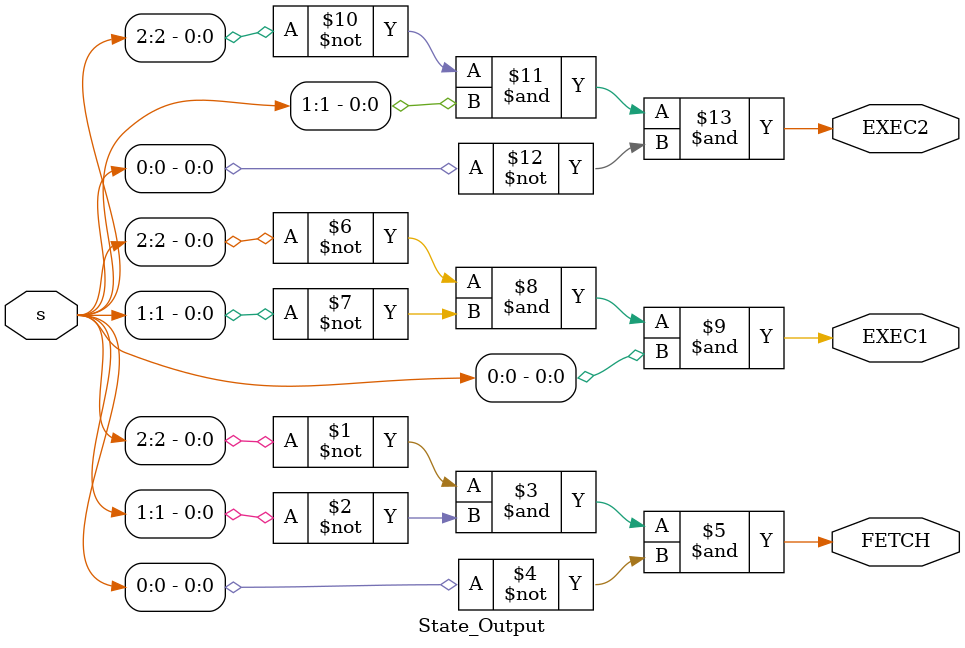
<source format=v>
module State_Output
(
	input [2:0]s,
	output FETCH, EXEC1, EXEC2

);

	assign FETCH = ~s[2] & ~s[1] & ~s[0];
	assign EXEC1 = ~s[2] & ~s[1] &  s[0];
	assign EXEC2 = ~s[2] &  s[1] & ~s[0];

endmodule 
</source>
